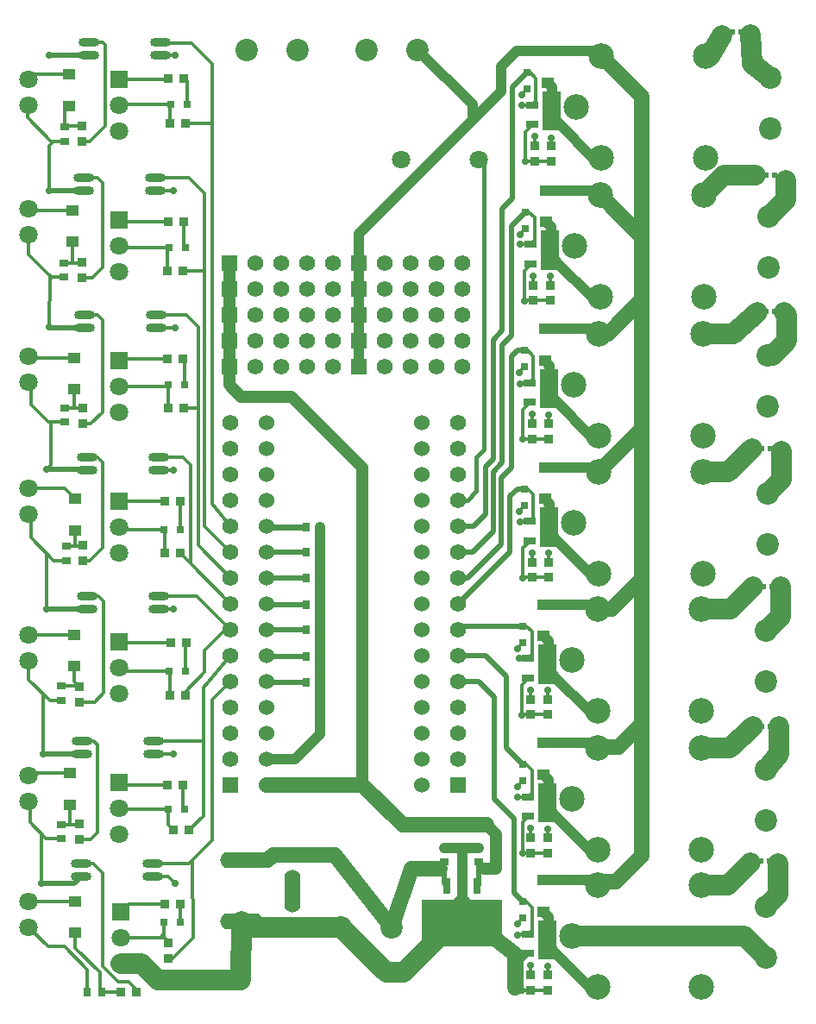
<source format=gtl>
G04 Layer: TopLayer*
G04 EasyEDA v6.5.20, 2025-08-31 18:04:55*
G04 4654ec591aaf40839b9ddd4dd84afded,10*
G04 Gerber Generator version 0.2*
G04 Scale: 100 percent, Rotated: No, Reflected: No *
G04 Dimensions in millimeters *
G04 leading zeros omitted , absolute positions ,4 integer and 5 decimal *
%FSLAX45Y45*%
%MOMM*%

%AMMACRO1*21,1,$1,$2,0,0,$3*%
%ADD10C,2.0000*%
%ADD11C,0.5000*%
%ADD12C,0.3000*%
%ADD13C,1.5000*%
%ADD14C,1.2000*%
%ADD15C,1.0000*%
%ADD16C,0.6000*%
%ADD17C,0.4000*%
%ADD18R,0.8000X0.9000*%
%ADD19MACRO1,0.864X0.8065X-90.0000*%
%ADD20MACRO1,0.864X0.8065X0.0000*%
%ADD21R,0.8640X0.8065*%
%ADD22R,0.9000X0.8000*%
%ADD23R,1.2000X1.0000*%
%ADD24MACRO1,0.864X0.8065X90.0000*%
%ADD25O,1.9999959999999999X0.8999982*%
%ADD26MACRO1,0.54X0.5656X90.0000*%
%ADD27R,1.2500X0.7000*%
%ADD28R,0.8000X0.8000*%
%ADD29R,0.6720X1.5750*%
%ADD30C,1.8000*%
%ADD31C,2.2000*%
%ADD32R,1.8000X1.8000*%
%ADD33C,2.5000*%
%ADD34C,1.5748*%
%ADD35R,1.5748X1.5748*%
%ADD36O,4.1999916X1.5999968*%
%ADD37O,1.5999968X4.1999916*%
%ADD38C,1.5240*%
%ADD39C,0.7000*%
%ADD40C,0.0133*%

%LPD*%
G36*
X5168900Y8928100D02*
G01*
X5168900Y8543290D01*
X5346700Y8543290D01*
X5346700Y8928100D01*
G37*
G36*
X5130800Y791210D02*
G01*
X5130800Y406400D01*
X5308600Y406400D01*
X5308600Y791210D01*
G37*
G36*
X5130800Y2137410D02*
G01*
X5130800Y1752600D01*
X5308600Y1752600D01*
X5308600Y2137410D01*
G37*
G36*
X5130800Y3496310D02*
G01*
X5130800Y3111500D01*
X5308600Y3111500D01*
X5308600Y3496310D01*
G37*
G36*
X5143500Y4842510D02*
G01*
X5143500Y4457700D01*
X5321300Y4457700D01*
X5321300Y4842510D01*
G37*
G36*
X5143500Y6201410D02*
G01*
X5143500Y5816600D01*
X5321300Y5816600D01*
X5321300Y6201410D01*
G37*
G36*
X5156200Y7560309D02*
G01*
X5156200Y7175500D01*
X5334000Y7175500D01*
X5334000Y7560309D01*
G37*
D10*
X6756400Y7907909D02*
G01*
X6951090Y8102600D01*
X7264400Y8102600D01*
D11*
X4991100Y6383020D02*
G01*
X4922520Y6383020D01*
X4864100Y6324600D01*
X4864100Y5232400D01*
X4762500Y5130800D01*
X4762500Y4483100D01*
X4432300Y4152900D01*
X4343400Y4152900D01*
D12*
X5054600Y346707D02*
G01*
X5054600Y257050D01*
X716787Y9410700D02*
G01*
X850900Y9410700D01*
X876300Y9385300D01*
X876300Y8584945D01*
X724154Y8433562D01*
X647700Y8433562D01*
X482600Y8579004D02*
G01*
X487931Y8584336D01*
X647700Y8584336D01*
X520700Y8785806D02*
G01*
X482600Y8747706D01*
X482600Y8579002D01*
X704087Y5334000D02*
G01*
X800100Y5334000D01*
X850900Y5283200D01*
X850900Y4446778D01*
X723137Y4318762D01*
X660400Y4318762D01*
X1353312Y2425700D02*
G01*
X1549400Y2425700D01*
X1404104Y3848110D02*
G01*
X1549400Y3848100D01*
X4978400Y812800D02*
G01*
X4927600Y762000D01*
X4927600Y753107D01*
X1016000Y7408329D02*
G01*
X1032929Y7391400D01*
X1507540Y7391400D01*
X1549400Y7950200D02*
G01*
X1366012Y7950200D01*
X1562100Y6604000D02*
G01*
X1378712Y6604000D01*
X1366006Y6616705D01*
X1366006Y6616712D01*
X5219700Y256951D02*
G01*
X5219700Y342900D01*
X1549400Y5207000D02*
G01*
X1366019Y5207000D01*
X1353306Y5219712D01*
D13*
X4381500Y854961D02*
G01*
X4902200Y457200D01*
X4902200Y127000D01*
D12*
X5054600Y106268D02*
G01*
X5219700Y106268D01*
X4965700Y101600D02*
G01*
X4970376Y106276D01*
X5054600Y106276D01*
X5030800Y467611D02*
G01*
X5030800Y458800D01*
X4965700Y393700D01*
X4965700Y101600D01*
X4978400Y972814D02*
G01*
X5012692Y972814D01*
X5067300Y918207D01*
X5067300Y694103D01*
X5030800Y657603D01*
X4927600Y647700D02*
G01*
X4937503Y657603D01*
X5030726Y657603D01*
X4978400Y4152900D02*
G01*
X4983076Y4157576D01*
X5067300Y4157576D01*
X1562100Y9283700D02*
G01*
X1416804Y9283710D01*
X5030800Y1813811D02*
G01*
X5030800Y1805000D01*
X4978400Y1752600D01*
X4978400Y1447800D01*
X5054600Y1452468D02*
G01*
X5219700Y1452468D01*
X5054600Y1692907D02*
G01*
X5054600Y1603250D01*
X4978400Y1447800D02*
G01*
X4983076Y1452476D01*
X5054600Y1452476D01*
X5219700Y1603151D02*
G01*
X5219700Y1689100D01*
D11*
X4343400Y3390900D02*
G01*
X4610100Y3390900D01*
X4813300Y3187700D01*
X4813300Y2484120D01*
X4978400Y2319020D01*
D12*
X4978400Y2319014D02*
G01*
X5012692Y2319014D01*
X5067300Y2264407D01*
X5067300Y2040303D01*
X5030800Y2003803D01*
X4927600Y1997707D02*
G01*
X4933701Y2003803D01*
X5030726Y2003803D01*
X4978400Y2159000D02*
G01*
X4927600Y2108200D01*
X4927600Y2099307D01*
X4965700Y2806700D02*
G01*
X4970376Y2811376D01*
X5054600Y2811376D01*
X4965700Y8788397D02*
G01*
X4971801Y8794493D01*
X5068826Y8794493D01*
X5054600Y2811368D02*
G01*
X5219700Y2811368D01*
X5219700Y2962051D02*
G01*
X5219700Y3048000D01*
X5030800Y3172711D02*
G01*
X5030800Y3163900D01*
X4965700Y3098800D01*
X4965700Y2806700D01*
X4978400Y3677914D02*
G01*
X5012692Y3677914D01*
X5067300Y3623307D01*
X5067300Y3399203D01*
X5030800Y3362703D01*
X4940300Y3365500D02*
G01*
X4943096Y3362703D01*
X5030726Y3362703D01*
X4978400Y3517900D02*
G01*
X4927600Y3467100D01*
X4927600Y3458207D01*
X5054600Y3051807D02*
G01*
X5054600Y2962150D01*
X5043500Y4518911D02*
G01*
X5043500Y4510100D01*
X4978400Y4445000D01*
X4978400Y4152900D01*
X5043500Y5877811D02*
G01*
X5043500Y5869000D01*
X4978400Y5803900D01*
X4978400Y5511800D01*
X5067300Y5516468D02*
G01*
X5232400Y5516468D01*
X4978400Y5511800D02*
G01*
X4983076Y5516476D01*
X5067300Y5516476D01*
X4991100Y6870700D02*
G01*
X4995776Y6875376D01*
X5080000Y6875376D01*
X4953000Y7429500D02*
G01*
X4955796Y7426703D01*
X5056126Y7426703D01*
X5092700Y8243158D02*
G01*
X5257800Y8243158D01*
X444500Y1593697D02*
G01*
X298602Y1593697D01*
X139700Y1752600D01*
X139700Y1943100D01*
X127000Y1955800D01*
X127000Y2209800D02*
G01*
X154990Y2237790D01*
X533400Y2237790D01*
X127000Y977900D02*
G01*
X129590Y980490D01*
X584200Y980490D01*
X5067300Y4157568D02*
G01*
X5232400Y4157568D01*
X4991100Y5024114D02*
G01*
X5025392Y5024114D01*
X5080000Y4969507D01*
X5080000Y4745403D01*
X5043500Y4708903D01*
X5232400Y4308251D02*
G01*
X5232400Y4394200D01*
X4953000Y4699000D02*
G01*
X4962903Y4708903D01*
X5043426Y4708903D01*
X4991100Y4864100D02*
G01*
X4940300Y4813300D01*
X4940300Y4804407D01*
X5067300Y4398007D02*
G01*
X5067300Y4308350D01*
X4991100Y6383014D02*
G01*
X5025392Y6383014D01*
X5080000Y6328407D01*
X5080000Y6104303D01*
X5043500Y6067803D01*
X4953000Y6057900D02*
G01*
X4962903Y6067803D01*
X5043426Y6067803D01*
X4991100Y6223000D02*
G01*
X4940300Y6172200D01*
X4940300Y6163307D01*
X5232400Y5667151D02*
G01*
X5232400Y5753100D01*
X5056200Y7236711D02*
G01*
X5056200Y7227900D01*
X4991100Y7162800D01*
X4991100Y6870700D01*
X5080000Y6875368D02*
G01*
X5245100Y6875368D01*
X5003800Y7741914D02*
G01*
X5038092Y7741914D01*
X5092700Y7687307D01*
X5092700Y7463203D01*
X5056200Y7426703D01*
X5003800Y7581900D02*
G01*
X4953000Y7531100D01*
X4953000Y7522207D01*
X5245100Y7026051D02*
G01*
X5245100Y7112000D01*
X5257800Y8393844D02*
G01*
X5257800Y8470900D01*
X5016500Y8949689D02*
G01*
X4965700Y8898889D01*
X4965700Y8889997D01*
X5016500Y9109704D02*
G01*
X5050792Y9109704D01*
X5105400Y9055097D01*
X5105400Y8830993D01*
X5068900Y8794493D01*
X5068900Y8604501D02*
G01*
X5068900Y8595690D01*
X5003800Y8530589D01*
X5003800Y8238489D01*
X5003800Y8238489D02*
G01*
X5008476Y8243158D01*
X5092700Y8243158D01*
D10*
X7366000Y926896D02*
G01*
X7480300Y1041196D01*
X7480300Y1346200D01*
X6731000Y1138809D02*
G01*
X6993509Y1138809D01*
X7213600Y1358900D01*
X7366000Y3631996D02*
G01*
X7505700Y3771696D01*
X7505700Y4064000D01*
X6731000Y2485009D02*
G01*
X7006209Y2485009D01*
X7239000Y2692400D01*
X7366000Y2273045D02*
G01*
X7493000Y2425700D01*
X7493000Y2692400D01*
X6731000Y3843909D02*
G01*
X7018909Y3843909D01*
X7239000Y4064000D01*
X7404100Y9063736D02*
G01*
X7226300Y9194800D01*
X7213600Y9486900D01*
X6769100Y9275826D02*
G01*
X6812025Y9275826D01*
X6934200Y9474200D01*
X7378700Y4978196D02*
G01*
X7518400Y5117896D01*
X7518400Y5397500D01*
X6743700Y5190109D02*
G01*
X6993509Y5190109D01*
X7226300Y5422900D01*
X6743700Y6549009D02*
G01*
X7044309Y6549009D01*
X7277100Y6756400D01*
X7378700Y6337096D02*
G01*
X7429296Y6337096D01*
X7569200Y6477000D01*
X7569200Y6731000D01*
X7543800Y6756400D01*
X7391400Y7695996D02*
G01*
X7556500Y7861096D01*
X7556500Y8051800D01*
D14*
X3403600Y2120900D02*
G01*
X3403600Y5232400D01*
X2705100Y5930900D01*
X2209800Y5930900D01*
X2095500Y6045200D01*
X2095500Y7239000D01*
D15*
X2463800Y2374900D02*
G01*
X2743200Y2374900D01*
X2991104Y2622804D01*
X2991104Y4648200D01*
D12*
X1637436Y7162800D02*
G01*
X1854200Y7162800D01*
X1507540Y7391400D02*
G01*
X1486763Y7370622D01*
X1486763Y7162800D01*
X1650136Y5816600D02*
G01*
X1790700Y5816600D01*
X1378712Y6731000D02*
G01*
X1676400Y6731000D01*
X1790700Y6616700D01*
X1790700Y4470400D01*
X2108200Y4152900D01*
X1494840Y6045200D02*
G01*
X1499463Y6040577D01*
X1499463Y5816600D01*
X1612137Y4394200D02*
G01*
X1714500Y4292600D01*
X1456740Y4622800D02*
G01*
X1461363Y4618177D01*
X1461363Y4394200D01*
X1404112Y5334000D02*
G01*
X1638300Y5334000D01*
X1714500Y5257800D01*
X1714500Y4292600D01*
X2108200Y3898900D01*
X2108200Y3644900D02*
G01*
X2057400Y3644900D01*
X1854200Y3441700D01*
X1854200Y3225800D01*
X1662836Y3034436D01*
X1662836Y2997200D01*
X1507540Y3238500D02*
G01*
X1512163Y3233877D01*
X1512163Y2997200D01*
X1404112Y3975100D02*
G01*
X1778000Y3975100D01*
X2108200Y3644900D01*
X1841500Y2565400D02*
G01*
X1828800Y2552700D01*
X1353312Y2552700D01*
X2108200Y3390900D02*
G01*
X1841500Y3073400D01*
X1841500Y1816100D01*
X1701800Y1676400D01*
X1549400Y1676400D02*
G01*
X1494789Y1731010D01*
X1494789Y1879600D01*
X1498600Y419963D02*
G01*
X1537563Y419963D01*
X1739900Y622300D01*
X1736483Y1380883D01*
X1340612Y1346200D02*
G01*
X1701800Y1346200D01*
X1930400Y1574800D01*
X1930400Y2959100D01*
X2108200Y3136900D01*
X1456689Y774700D02*
G01*
X1456689Y622300D01*
X1028700Y622300D01*
X1498600Y570636D02*
G01*
X1498600Y584200D01*
X1435100Y647700D01*
D10*
X1028700Y368300D02*
G01*
X1231900Y368300D01*
X1397000Y203200D01*
X2209800Y203200D01*
X2213356Y779526D01*
D11*
X2463800Y3136900D02*
G01*
X2476500Y3124200D01*
X2850997Y3124200D01*
X2463800Y3390900D02*
G01*
X2476500Y3378200D01*
X2850997Y3378200D01*
X2463800Y3644900D02*
G01*
X2850997Y3644900D01*
X2463800Y3898900D02*
G01*
X2476500Y3886200D01*
X2850997Y3886200D01*
X2463800Y4152900D02*
G01*
X2850997Y4152900D01*
X2463800Y4406900D02*
G01*
X2850997Y4406900D01*
D16*
X2463800Y4660900D02*
G01*
X2476500Y4648200D01*
X2850997Y4648200D01*
D13*
X2463800Y2120900D02*
G01*
X3403600Y2120900D01*
X3797300Y1727200D01*
X4622800Y1727200D01*
D12*
X1662836Y8610600D02*
G01*
X1930400Y8610600D01*
X1520240Y8801100D02*
G01*
X1512163Y8793022D01*
X1512163Y8610600D01*
D11*
X5016500Y9109710D02*
G01*
X4876800Y8970010D01*
X4876800Y7874000D01*
X4775200Y7772400D01*
D13*
X6146800Y7497445D02*
G01*
X6146800Y8877935D01*
X5749036Y9275699D01*
D15*
X5219700Y9324395D02*
G01*
X5700341Y9324395D01*
X5749030Y9275704D01*
X5268973Y8699497D02*
G01*
X5330962Y8609822D01*
X5665215Y8275579D01*
X5749030Y8275579D01*
D12*
X5092700Y8483597D02*
G01*
X5092700Y8393940D01*
D15*
X5219700Y9014406D02*
G01*
X5268899Y8965204D01*
X5268899Y8699497D01*
D13*
X4165600Y1295400D02*
G01*
X3886200Y1295400D01*
X3691636Y723900D01*
X2819400Y1435100D02*
G01*
X3132881Y1435100D01*
X3691686Y723900D01*
D10*
X3191713Y723900D02*
G01*
X3636213Y279400D01*
X3805936Y279400D01*
X4381525Y854989D01*
D14*
X4622800Y1727200D02*
G01*
X4711700Y1638300D01*
X4711700Y1295400D02*
G01*
X4711700Y1638300D01*
D15*
X5207000Y7646616D02*
G01*
X5256199Y7597414D01*
X5256199Y7331707D01*
D12*
X5080000Y7115807D02*
G01*
X5080000Y7026150D01*
D15*
X5256273Y7331707D02*
G01*
X5318249Y7242050D01*
X5652515Y6907784D01*
X5736330Y6907784D01*
X5207000Y7956605D02*
G01*
X5687641Y7956605D01*
X5736330Y7907914D01*
X5194300Y6287716D02*
G01*
X5243499Y6238514D01*
X5243499Y5972807D01*
D12*
X5067300Y5756907D02*
G01*
X5067300Y5667250D01*
D15*
X5243573Y5972807D02*
G01*
X5305549Y5883150D01*
X5639815Y5548884D01*
X5723630Y5548884D01*
X5194300Y6597705D02*
G01*
X5674941Y6597705D01*
X5723630Y6549014D01*
X5194300Y4928816D02*
G01*
X5243499Y4879614D01*
X5243499Y4613907D01*
X5243573Y4613907D02*
G01*
X5305549Y4524250D01*
X5639815Y4189984D01*
X5723630Y4189984D01*
X5194300Y5238805D02*
G01*
X5674941Y5238805D01*
X5723630Y5190114D01*
X5181600Y3582616D02*
G01*
X5230799Y3533414D01*
X5230799Y3267707D01*
X5230873Y3267707D02*
G01*
X5292849Y3178050D01*
X5627115Y2843784D01*
X5710930Y2843784D01*
X5181600Y3892605D02*
G01*
X5662241Y3892605D01*
X5710930Y3843914D01*
X5181600Y2223716D02*
G01*
X5230799Y2174514D01*
X5230799Y1908807D01*
X5230873Y1908807D02*
G01*
X5292849Y1819150D01*
X5627115Y1484884D01*
X5710930Y1484884D01*
X5181600Y2533705D02*
G01*
X5662241Y2533705D01*
X5710930Y2485014D01*
X5181600Y877516D02*
G01*
X5230799Y828314D01*
X5230799Y562607D01*
X5230873Y562607D02*
G01*
X5292849Y472950D01*
X5627115Y138684D01*
X5710930Y138684D01*
X5181600Y1187505D02*
G01*
X5662241Y1187505D01*
X5710930Y1138814D01*
D11*
X4978400Y3677920D02*
G01*
X4376414Y3677920D01*
X4343400Y3644900D01*
D13*
X6146800Y6883400D02*
G01*
X6146800Y5613275D01*
X5723630Y5190109D01*
X6146800Y5658500D02*
G01*
X6146800Y4140200D01*
X5850509Y3843909D01*
X5710930Y3843909D01*
X6146800Y4140200D02*
G01*
X6146800Y2717800D01*
X5918200Y2489200D01*
X5715124Y2489200D01*
X5710930Y2485009D01*
D12*
X1675536Y3517900D02*
G01*
X1667433Y3509797D01*
X1667433Y3238500D01*
X1612036Y4902200D02*
G01*
X1616633Y4897602D01*
X1616633Y4622800D01*
D13*
X2213310Y1379499D02*
G01*
X2471699Y1379499D01*
X2527300Y1435100D01*
X2819400Y1435100D01*
D10*
X5461000Y638682D02*
G01*
X7154230Y638682D01*
X7366000Y426913D01*
D13*
X6146800Y2717800D02*
G01*
X6146800Y1422400D01*
X5892800Y1168400D01*
X5740524Y1168400D01*
X5710930Y1138809D01*
X5736330Y7907909D02*
G01*
X6146800Y7497445D01*
X6146800Y6883400D01*
X5812409Y6549009D01*
X5723630Y6549009D01*
D11*
X4343400Y3136900D02*
G01*
X4546600Y3136900D01*
X4699000Y2984500D01*
X4699000Y1981200D01*
X4889500Y1790700D01*
X4889500Y1061720D01*
X4978400Y972820D01*
D15*
X4387725Y1505104D02*
G01*
X4203700Y1505104D01*
X4381500Y854961D02*
G01*
X4387725Y1505104D01*
X4546600Y1505204D01*
D11*
X4231492Y1126238D02*
G01*
X4203700Y1154026D01*
X4203700Y1365095D01*
X4531481Y1126238D02*
G01*
X4546600Y1141351D01*
X4546600Y1365095D01*
D14*
X4711700Y1295400D02*
G01*
X4597400Y1295400D01*
D12*
X1637436Y2120900D02*
G01*
X1637436Y1879600D01*
X1654733Y1879600D01*
D15*
X3365500Y6223000D02*
G01*
X3365500Y7239000D01*
X2095500Y6223000D02*
G01*
X2095500Y7239000D01*
D12*
X1650136Y7645400D02*
G01*
X1650136Y7398059D01*
X1660773Y7398059D01*
X1667433Y7391400D01*
X1650136Y9055100D02*
G01*
X1680133Y9025102D01*
X1680133Y8801100D01*
X1031999Y9042400D02*
G01*
X1499463Y9042400D01*
X1499463Y9055100D01*
X1520240Y8801100D02*
G01*
X1044699Y8801100D01*
X1031999Y8788400D01*
X520700Y9095790D02*
G01*
X167690Y9095790D01*
X114300Y9042400D01*
X1016000Y4902200D02*
G01*
X1461363Y4902200D01*
X1456740Y4622800D02*
G01*
X1041400Y4622800D01*
X1016000Y4648200D01*
X1016000Y3522134D02*
G01*
X1020234Y3517900D01*
X1524863Y3517900D01*
X1507540Y3238500D02*
G01*
X1045634Y3238500D01*
X1016000Y3268134D01*
X1494840Y1879600D02*
G01*
X1024465Y1879600D01*
X1016000Y1888065D01*
X1366012Y8077200D02*
G01*
X1701800Y8077200D01*
X1854200Y7924800D01*
X1854200Y4660900D01*
X2108200Y4406900D01*
X1016000Y7662329D02*
G01*
X1032929Y7645400D01*
X1499463Y7645400D01*
X1340612Y1219200D02*
G01*
X1498600Y1219200D01*
X1562100Y1155700D01*
X1637438Y6299200D02*
G01*
X1654733Y6281905D01*
X1654733Y6045200D01*
X1447800Y9398000D02*
G01*
X1726945Y9398000D01*
X1930400Y9194545D01*
X1930400Y4876800D01*
X2108200Y4660900D01*
X1016000Y6282265D02*
G01*
X1032934Y6299200D01*
X1486763Y6299200D01*
X1494840Y6045200D02*
G01*
X1494840Y6028265D01*
X1016000Y6028265D01*
X647700Y7250836D02*
G01*
X642365Y7245502D01*
X469900Y7245502D01*
X558800Y7452309D02*
G01*
X558800Y7247242D01*
X560537Y7245504D01*
X660400Y5815736D02*
G01*
X653034Y5823102D01*
X482600Y5823102D01*
X572368Y5823104D02*
G01*
X571500Y5823973D01*
X571500Y6004509D01*
X660400Y4469536D02*
G01*
X655065Y4464202D01*
X495300Y4464202D01*
X587032Y4464202D02*
G01*
X584200Y4467034D01*
X584200Y4620209D01*
X622300Y3085236D02*
G01*
X614931Y3092604D01*
X444500Y3092604D01*
X622300Y3085236D02*
G01*
X571500Y3136036D01*
X571500Y3286706D01*
X647700Y7099300D02*
G01*
X749300Y7099300D01*
X850900Y7200900D01*
X850900Y8026400D01*
X800100Y8077200D01*
X665987Y8077200D01*
X863600Y3873500D02*
G01*
X863600Y3924300D01*
X812800Y3975100D01*
X704087Y3975100D01*
X622300Y1739036D02*
G01*
X616965Y1733702D01*
X444500Y1733702D01*
X535178Y1733804D02*
G01*
X533400Y1927860D01*
X622300Y1588262D02*
G01*
X737362Y1588262D01*
X800100Y1651000D01*
X800100Y2514600D01*
X762000Y2552700D01*
X653287Y2552700D01*
X558800Y7762290D02*
G01*
X137109Y7762290D01*
X127000Y7772400D01*
X584200Y4930190D02*
G01*
X485190Y5029200D01*
X127000Y5029200D01*
X571500Y6314490D02*
G01*
X137109Y6314490D01*
X127000Y6324600D01*
X571500Y3596690D02*
G01*
X568909Y3594100D01*
X127000Y3594100D01*
X1029561Y88900D02*
G01*
X844702Y88900D01*
D11*
X627905Y2425700D02*
G01*
X266700Y2425700D01*
X678705Y3848100D02*
G01*
X304800Y3848100D01*
X666005Y5207000D02*
G01*
X653305Y5219700D01*
X304800Y5219700D01*
X691405Y9283700D02*
G01*
X330200Y9283700D01*
D12*
X127000Y7518400D02*
G01*
X127000Y7327900D01*
X355600Y7099300D01*
X361797Y7105497D01*
X469900Y7105497D01*
X660400Y5664200D02*
G01*
X736600Y5664200D01*
X850900Y5778500D01*
X850900Y6680200D01*
X800100Y6731000D01*
X678687Y6731000D01*
X482600Y5683097D02*
G01*
X324002Y5683097D01*
X152400Y5854700D01*
X152400Y6045200D01*
X127000Y6070600D01*
X495300Y4324197D02*
G01*
X374802Y4324197D01*
X152400Y4546600D01*
X152400Y4749800D01*
X127000Y4775200D01*
D11*
X627905Y7950200D02*
G01*
X330200Y7950200D01*
X665987Y6604000D02*
G01*
X330200Y6604000D01*
X330200Y6616700D01*
D12*
X114300Y8788400D02*
G01*
X114300Y8674100D01*
X349504Y8438895D01*
X482600Y8438895D01*
X482600Y5682995D02*
G01*
X342900Y5682995D01*
X342900Y5257800D01*
X304800Y5219700D01*
X333755Y7121144D02*
G01*
X330200Y6616700D01*
X370839Y8438895D02*
G01*
X330200Y8394700D01*
X330200Y7950205D01*
X304800Y3848100D02*
G01*
X304800Y4392929D01*
X127000Y3340100D02*
G01*
X127000Y3149600D01*
X336295Y2952495D01*
X444500Y2952495D01*
X271779Y3014979D02*
G01*
X266700Y2425700D01*
X254000Y1155700D02*
G01*
X255270Y1637029D01*
X704697Y88900D02*
G01*
X704697Y311302D01*
X482600Y533400D01*
X317500Y533400D01*
X127000Y723900D01*
X1016000Y2142065D02*
G01*
X1037165Y2120900D01*
X1486763Y2120900D01*
D11*
X640613Y1219200D02*
G01*
X577113Y1155700D01*
X254000Y1155700D01*
D12*
X1028700Y876300D02*
G01*
X1104900Y952500D01*
X1461363Y952500D01*
X1612038Y952500D02*
G01*
X1612038Y779294D01*
X1616633Y774700D01*
D10*
X3191763Y723900D02*
G01*
X2268981Y723900D01*
D12*
X622300Y2934462D02*
G01*
X775462Y2934462D01*
X863600Y3022600D01*
X863600Y3873500D01*
X844804Y88900D02*
G01*
X825500Y108204D01*
X825500Y279400D01*
X584200Y520700D01*
X584200Y670560D01*
X1180337Y88900D02*
G01*
X1180337Y115062D01*
X1104900Y190500D01*
X1003300Y190500D01*
X850900Y342900D01*
X850900Y1257300D01*
X762000Y1346200D01*
X640587Y1346200D01*
D11*
X4991100Y5024120D02*
G01*
X4922520Y5024120D01*
X4851400Y4953000D01*
X4851400Y4406900D01*
X4343400Y3898900D01*
X4343400Y4406900D02*
G01*
X4483100Y4406900D01*
X4686300Y4610100D01*
X4686300Y5194300D01*
X4775200Y5283200D01*
X4775200Y6438900D01*
X4864100Y6527800D01*
X4864100Y7602220D01*
X5003800Y7741920D01*
X4343400Y4660900D02*
G01*
X4495800Y4660900D01*
X4610100Y4775200D01*
X4610100Y5245100D01*
X4686300Y5321300D01*
X4686300Y6489700D01*
X4775200Y6578600D01*
X4775200Y7772400D01*
D15*
X3365500Y7239000D02*
G01*
X3365500Y7531100D01*
X4762500Y8928100D01*
X4762500Y9169400D01*
X4917440Y9324339D01*
X5290565Y9324339D01*
X3945699Y9334500D02*
G01*
X4481741Y8798458D01*
X4481741Y8647341D01*
D17*
X4343400Y4914900D02*
G01*
X4432300Y4914900D01*
X4521200Y5003800D01*
X4521200Y5334000D01*
X4597400Y5410200D01*
X4597400Y8203209D01*
X4545609Y8255000D01*
D18*
G01*
X2850997Y4648200D03*
G01*
X2991002Y4648200D03*
D19*
G01*
X1512175Y8610600D03*
G01*
X1662824Y8610600D03*
D18*
G01*
X2850997Y4406900D03*
G01*
X2991002Y4406900D03*
G01*
X2850997Y4152900D03*
G01*
X2991002Y4152900D03*
G01*
X2850997Y3886200D03*
G01*
X2991002Y3886200D03*
G01*
X2850997Y3644900D03*
G01*
X2991002Y3644900D03*
G01*
X2850997Y3378200D03*
G01*
X2991002Y3378200D03*
G01*
X2850997Y3124200D03*
G01*
X2991002Y3124200D03*
D19*
G01*
X1486775Y7162800D03*
G01*
X1637424Y7162800D03*
G01*
X1499475Y5816600D03*
G01*
X1650124Y5816600D03*
G01*
X1461375Y4394200D03*
G01*
X1612024Y4394200D03*
G01*
X1512175Y2997200D03*
G01*
X1662824Y2997200D03*
G01*
X1550275Y1676400D03*
G01*
X1700924Y1676400D03*
D20*
G01*
X1498600Y570624D03*
D21*
G01*
X1498600Y419963D03*
D22*
G01*
X469900Y7245502D03*
G01*
X469900Y7105497D03*
G01*
X482600Y5823102D03*
G01*
X482600Y5683097D03*
G01*
X495300Y4464202D03*
G01*
X495300Y4324197D03*
G01*
X444500Y3092602D03*
G01*
X444500Y2952597D03*
G01*
X444500Y1733702D03*
G01*
X444500Y1593697D03*
D18*
G01*
X844702Y88900D03*
G01*
X704697Y88900D03*
D23*
G01*
X558800Y7762290D03*
G01*
X558800Y7452309D03*
G01*
X571500Y6314490D03*
G01*
X571500Y6004509D03*
G01*
X584200Y4930190D03*
G01*
X584200Y4620209D03*
G01*
X571500Y3596690D03*
G01*
X571500Y3286709D03*
G01*
X533400Y2237790D03*
G01*
X533400Y1927809D03*
G01*
X584200Y980490D03*
G01*
X584200Y670509D03*
D20*
G01*
X647700Y7100175D03*
D21*
G01*
X647700Y7250836D03*
D20*
G01*
X660400Y5665075D03*
D21*
G01*
X660400Y5815736D03*
D20*
G01*
X660400Y4318875D03*
D21*
G01*
X660400Y4469536D03*
D20*
G01*
X622300Y2934575D03*
D21*
G01*
X622300Y3085236D03*
D20*
G01*
X622300Y1588375D03*
D21*
G01*
X622300Y1739036D03*
D24*
G01*
X1180224Y88900D03*
G01*
X1029575Y88900D03*
D25*
G01*
X666013Y8077200D03*
G01*
X666013Y7950200D03*
G01*
X1366012Y7950200D03*
G01*
X1366012Y8077200D03*
G01*
X678713Y6731000D03*
G01*
X678713Y6604000D03*
G01*
X1378712Y6604000D03*
G01*
X1378712Y6731000D03*
G01*
X704113Y5334000D03*
G01*
X704113Y5207000D03*
G01*
X1404112Y5207000D03*
G01*
X1404112Y5334000D03*
G01*
X704113Y3975100D03*
G01*
X704113Y3848100D03*
G01*
X1404112Y3848100D03*
G01*
X1404112Y3975100D03*
G01*
X653313Y2552700D03*
G01*
X653313Y2425700D03*
G01*
X1353312Y2425700D03*
G01*
X1353312Y2552700D03*
G01*
X640613Y1346200D03*
G01*
X640613Y1219200D03*
G01*
X1340612Y1219200D03*
G01*
X1340612Y1346200D03*
D22*
G01*
X482600Y8579002D03*
G01*
X482600Y8438997D03*
D23*
G01*
X520700Y9095790D03*
G01*
X520700Y8785809D03*
D20*
G01*
X647700Y8433675D03*
D21*
G01*
X647700Y8584336D03*
D25*
G01*
X716813Y9410700D03*
G01*
X716813Y9283700D03*
G01*
X1416812Y9283700D03*
G01*
X1416812Y9410700D03*
D26*
G01*
X7117182Y9512300D03*
G01*
X7030617Y9512300D03*
D20*
G01*
X5257800Y8393824D03*
D21*
G01*
X5257800Y8243163D03*
D27*
G01*
X5068900Y8794495D03*
G01*
X5068900Y8604504D03*
G01*
X5268899Y8699500D03*
D28*
G01*
X5016500Y8949689D03*
G01*
X5016500Y9109710D03*
D23*
G01*
X5219700Y9014409D03*
G01*
X5219700Y9324390D03*
D20*
G01*
X5092700Y8243175D03*
D21*
G01*
X5092700Y8393836D03*
D24*
G01*
X1650124Y9055100D03*
G01*
X1499475Y9055100D03*
D28*
G01*
X1680133Y8801100D03*
G01*
X1520240Y8801100D03*
D24*
G01*
X1650124Y7645400D03*
G01*
X1499475Y7645400D03*
D28*
G01*
X1667433Y7391400D03*
G01*
X1507540Y7391400D03*
D24*
G01*
X1637424Y6299200D03*
G01*
X1486775Y6299200D03*
D28*
G01*
X1654733Y6045200D03*
G01*
X1494840Y6045200D03*
D24*
G01*
X1612024Y4902200D03*
G01*
X1461375Y4902200D03*
D28*
G01*
X1616633Y4622800D03*
G01*
X1456740Y4622800D03*
D24*
G01*
X1675524Y3517900D03*
G01*
X1524875Y3517900D03*
D28*
G01*
X1667433Y3238500D03*
G01*
X1507540Y3238500D03*
D24*
G01*
X1637424Y2120900D03*
G01*
X1486775Y2120900D03*
D28*
G01*
X1654733Y1879600D03*
G01*
X1494840Y1879600D03*
D24*
G01*
X1612024Y952500D03*
G01*
X1461375Y952500D03*
D28*
G01*
X1616633Y774700D03*
G01*
X1456740Y774700D03*
D29*
G01*
X4531486Y1126236D03*
G01*
X4231487Y1126236D03*
G36*
X4286516Y762279D02*
G01*
X4286516Y947699D01*
X4286623Y952152D01*
X4286935Y956594D01*
X4287456Y961019D01*
X4288182Y965413D01*
X4289117Y969769D01*
X4290253Y974074D01*
X4291589Y978324D01*
X4293123Y982505D01*
X4294852Y986609D01*
X4296770Y990630D01*
X4298876Y994554D01*
X4301164Y998377D01*
X4303628Y1002088D01*
X4306262Y1005679D01*
X4309061Y1009142D01*
X4312023Y1012471D01*
X4315134Y1015657D01*
X4318393Y1018694D01*
X4321789Y1021575D01*
X4325317Y1024293D01*
X4328970Y1026843D01*
X4332737Y1029218D01*
X4336613Y1031415D01*
X4340585Y1033429D01*
X4348515Y1035253D01*
X4348515Y1204986D01*
X4414514Y1204986D01*
X4414514Y1035253D01*
X4422449Y1033429D01*
X4426422Y1031415D01*
X4430298Y1029218D01*
X4434065Y1026843D01*
X4437717Y1024293D01*
X4441245Y1021575D01*
X4444641Y1018694D01*
X4447900Y1015657D01*
X4451012Y1012471D01*
X4453973Y1009142D01*
X4456772Y1005679D01*
X4459406Y1002088D01*
X4461870Y998377D01*
X4464159Y994554D01*
X4466264Y990630D01*
X4468182Y986609D01*
X4469912Y982505D01*
X4471446Y978324D01*
X4472782Y974074D01*
X4473917Y969769D01*
X4474852Y965413D01*
X4475579Y961019D01*
X4476099Y956594D01*
X4476412Y952152D01*
X4476518Y947699D01*
X4476518Y762279D01*
X4476412Y757826D01*
X4476099Y753384D01*
X4475579Y748959D01*
X4474852Y744565D01*
X4473917Y740209D01*
X4472782Y735904D01*
X4471446Y731654D01*
X4469912Y727473D01*
X4468182Y723369D01*
X4466264Y719348D01*
X4464159Y715424D01*
X4461870Y711601D01*
X4459406Y707890D01*
X4456772Y704298D01*
X4453973Y700836D01*
X4451012Y697506D01*
X4447900Y694321D01*
X4444641Y691283D01*
X4441245Y688403D01*
X4437717Y685685D01*
X4434065Y683135D01*
X4430298Y680760D01*
X4426422Y678563D01*
X4422449Y676549D01*
X4418385Y674725D01*
X4414243Y673092D01*
X4410026Y671657D01*
X4405746Y670420D01*
X4401413Y669386D01*
X4397039Y668555D01*
X4392627Y667931D01*
X4388192Y667514D01*
X4383745Y667306D01*
X4379290Y667306D01*
X4374842Y667514D01*
X4370407Y667931D01*
X4365995Y668555D01*
X4361621Y669386D01*
X4357288Y670420D01*
X4353008Y671657D01*
X4348792Y673092D01*
X4344649Y674725D01*
X4340585Y676549D01*
X4336613Y678563D01*
X4332737Y680760D01*
X4328970Y683135D01*
X4325317Y685685D01*
X4321789Y688403D01*
X4318393Y691283D01*
X4315134Y694321D01*
X4312023Y697506D01*
X4309061Y700836D01*
X4306262Y704298D01*
X4303628Y707890D01*
X4301164Y711601D01*
X4298876Y715424D01*
X4296770Y719348D01*
X4294852Y723369D01*
X4293123Y727473D01*
X4291589Y731654D01*
X4290253Y735904D01*
X4289117Y740209D01*
X4288182Y744565D01*
X4287456Y748959D01*
X4286935Y753384D01*
X4286623Y757826D01*
X4286516Y762279D01*
G37*
D22*
G01*
X4546600Y1365097D03*
G01*
X4546600Y1505102D03*
G01*
X4203700Y1365097D03*
G01*
X4203700Y1505102D03*
D26*
G01*
X7447382Y8102600D03*
G01*
X7360817Y8102600D03*
D20*
G01*
X5245100Y7026034D03*
D21*
G01*
X5245100Y6875373D03*
D27*
G01*
X5056200Y7426705D03*
G01*
X5056200Y7236713D03*
G01*
X5256199Y7331710D03*
D28*
G01*
X5003800Y7581900D03*
G01*
X5003800Y7741920D03*
D23*
G01*
X5207000Y7646619D03*
G01*
X5207000Y7956600D03*
D20*
G01*
X5080000Y6875385D03*
D21*
G01*
X5080000Y7026046D03*
D26*
G01*
X7447382Y6769100D03*
G01*
X7360817Y6769100D03*
D20*
G01*
X5232400Y5667134D03*
D21*
G01*
X5232400Y5516473D03*
D27*
G01*
X5043500Y6067805D03*
G01*
X5043500Y5877813D03*
G01*
X5243499Y5972810D03*
D28*
G01*
X4991100Y6223000D03*
G01*
X4991100Y6383020D03*
D23*
G01*
X5194300Y6287719D03*
G01*
X5194300Y6597700D03*
D20*
G01*
X5067300Y5516485D03*
D21*
G01*
X5067300Y5667146D03*
D26*
G01*
X7409282Y5422900D03*
G01*
X7322717Y5422900D03*
D20*
G01*
X5232400Y4308234D03*
D21*
G01*
X5232400Y4157573D03*
D27*
G01*
X5043500Y4708905D03*
G01*
X5043500Y4518913D03*
G01*
X5243499Y4613910D03*
D28*
G01*
X4991100Y4864100D03*
G01*
X4991100Y5024120D03*
D23*
G01*
X5194300Y4928819D03*
G01*
X5194300Y5238800D03*
D20*
G01*
X5067300Y4157585D03*
D21*
G01*
X5067300Y4308246D03*
D26*
G01*
X7421982Y4064000D03*
G01*
X7335417Y4064000D03*
D20*
G01*
X5219700Y2962034D03*
D21*
G01*
X5219700Y2811373D03*
D27*
G01*
X5030800Y3362705D03*
G01*
X5030800Y3172713D03*
G01*
X5230799Y3267710D03*
D28*
G01*
X4978400Y3517900D03*
G01*
X4978400Y3677920D03*
D23*
G01*
X5181600Y3582619D03*
G01*
X5181600Y3892600D03*
D20*
G01*
X5054600Y2811385D03*
D21*
G01*
X5054600Y2962046D03*
D26*
G01*
X7409282Y2692400D03*
G01*
X7322717Y2692400D03*
D20*
G01*
X5219700Y1603134D03*
D21*
G01*
X5219700Y1452473D03*
D27*
G01*
X5030800Y2003805D03*
G01*
X5030800Y1813813D03*
G01*
X5230799Y1908810D03*
D28*
G01*
X4978400Y2159000D03*
G01*
X4978400Y2319020D03*
D23*
G01*
X5181600Y2223719D03*
G01*
X5181600Y2533700D03*
D20*
G01*
X5054600Y1452485D03*
D21*
G01*
X5054600Y1603146D03*
D26*
G01*
X7396582Y1371600D03*
G01*
X7310017Y1371600D03*
D20*
G01*
X5219700Y256934D03*
D21*
G01*
X5219700Y106273D03*
D27*
G01*
X5030800Y657605D03*
G01*
X5030800Y467613D03*
G01*
X5230799Y562610D03*
D28*
G01*
X4978400Y812800D03*
G01*
X4978400Y972820D03*
D23*
G01*
X5181600Y877519D03*
G01*
X5181600Y1187500D03*
D20*
G01*
X5054600Y106285D03*
D21*
G01*
X5054600Y256946D03*
G36*
X3987800Y990600D02*
G01*
X4775200Y990600D01*
X4775200Y533400D01*
X3987800Y533400D01*
G37*
D30*
G01*
X3785615Y8255000D03*
G01*
X4545609Y8255000D03*
D31*
G01*
X2764586Y9334500D03*
G01*
X2264613Y9334500D03*
G01*
X3945686Y9334500D03*
G01*
X3445713Y9334500D03*
D30*
G01*
X127000Y7518400D03*
G01*
X127000Y7772400D03*
G01*
X127000Y6070600D03*
G01*
X127000Y6324600D03*
G01*
X127000Y4775200D03*
G01*
X127000Y5029200D03*
G01*
X127000Y3340100D03*
G01*
X127000Y3594100D03*
G01*
X127000Y1955800D03*
G01*
X127000Y2209800D03*
G01*
X127000Y723900D03*
G01*
X127000Y977900D03*
G01*
X127000Y8788400D03*
G01*
X127000Y9042400D03*
D32*
G01*
X1016000Y7662341D03*
D30*
G01*
X1016000Y7408316D03*
G01*
X1016000Y7154316D03*
D32*
G01*
X1016000Y6282258D03*
D30*
G01*
X1016000Y6028258D03*
G01*
X1016000Y5774258D03*
D32*
G01*
X1016000Y4902200D03*
D30*
G01*
X1016000Y4648200D03*
G01*
X1016000Y4394200D03*
D32*
G01*
X1016000Y3522141D03*
D30*
G01*
X1016000Y3268141D03*
G01*
X1016000Y3014141D03*
D32*
G01*
X1016000Y2142058D03*
D30*
G01*
X1016000Y1888058D03*
G01*
X1016000Y1634058D03*
D32*
G01*
X1028700Y876300D03*
D30*
G01*
X1028700Y622300D03*
G01*
X1028700Y368300D03*
D32*
G01*
X1016000Y9042400D03*
D30*
G01*
X1016000Y8788400D03*
G01*
X1016000Y8534400D03*
D33*
G01*
X6769100Y8275701D03*
G01*
X6769100Y9275699D03*
G01*
X5749036Y9275699D03*
G01*
X5749036Y8275701D03*
G01*
X5499100Y8775572D03*
D31*
G01*
X7404100Y8563787D03*
G01*
X7404100Y9063786D03*
G01*
X3691686Y723900D03*
G01*
X3191713Y723900D03*
D34*
G01*
X4381500Y6985000D03*
G01*
X4127500Y6985000D03*
G01*
X3873500Y6985000D03*
G01*
X3619500Y6985000D03*
D35*
G01*
X3365500Y6985000D03*
D34*
G01*
X4381500Y6477000D03*
G01*
X4127500Y6477000D03*
G01*
X3873500Y6477000D03*
G01*
X3619500Y6477000D03*
D35*
G01*
X3365500Y6477000D03*
D34*
G01*
X4381500Y7239000D03*
G01*
X4127500Y7239000D03*
G01*
X3873500Y7239000D03*
G01*
X3619500Y7239000D03*
D35*
G01*
X3365500Y7239000D03*
D34*
G01*
X4381500Y6731000D03*
G01*
X4127500Y6731000D03*
G01*
X3873500Y6731000D03*
G01*
X3619500Y6731000D03*
D35*
G01*
X3365500Y6731000D03*
D34*
G01*
X4381500Y6223000D03*
G01*
X4127500Y6223000D03*
G01*
X3873500Y6223000D03*
G01*
X3619500Y6223000D03*
D35*
G01*
X3365500Y6223000D03*
D34*
G01*
X3111500Y6985000D03*
G01*
X2857500Y6985000D03*
G01*
X2603500Y6985000D03*
G01*
X2349500Y6985000D03*
D35*
G01*
X2095500Y6985000D03*
D34*
G01*
X3111500Y7239000D03*
G01*
X2857500Y7239000D03*
G01*
X2603500Y7239000D03*
G01*
X2349500Y7239000D03*
D35*
G01*
X2095500Y7239000D03*
D34*
G01*
X3111500Y6731000D03*
G01*
X2857500Y6731000D03*
G01*
X2603500Y6731000D03*
G01*
X2349500Y6731000D03*
D35*
G01*
X2095500Y6731000D03*
D34*
G01*
X3111500Y6223000D03*
G01*
X2857500Y6223000D03*
G01*
X2603500Y6223000D03*
G01*
X2349500Y6223000D03*
D35*
G01*
X2095500Y6223000D03*
D34*
G01*
X3111500Y6477000D03*
G01*
X2857500Y6477000D03*
G01*
X2603500Y6477000D03*
G01*
X2349500Y6477000D03*
D35*
G01*
X2095500Y6477000D03*
D33*
G01*
X6756400Y6907911D03*
G01*
X6756400Y7907909D03*
G01*
X5736336Y7907909D03*
G01*
X5736336Y6907911D03*
G01*
X5486400Y7407783D03*
D31*
G01*
X7391400Y7195997D03*
G01*
X7391400Y7695996D03*
D33*
G01*
X6743700Y5549011D03*
G01*
X6743700Y6549009D03*
G01*
X5723636Y6549009D03*
G01*
X5723636Y5549011D03*
G01*
X5473700Y6048882D03*
D31*
G01*
X7378700Y5837097D03*
G01*
X7378700Y6337096D03*
D33*
G01*
X6743700Y4190111D03*
G01*
X6743700Y5190109D03*
G01*
X5723636Y5190109D03*
G01*
X5723636Y4190111D03*
G01*
X5473700Y4689982D03*
D31*
G01*
X7378700Y4478197D03*
G01*
X7378700Y4978196D03*
D33*
G01*
X6731000Y2843911D03*
G01*
X6731000Y3843909D03*
G01*
X5710936Y3843909D03*
G01*
X5710936Y2843911D03*
G01*
X5461000Y3343782D03*
D31*
G01*
X7366000Y3131997D03*
G01*
X7366000Y3631996D03*
D33*
G01*
X6731000Y1485011D03*
G01*
X6731000Y2485009D03*
G01*
X5710936Y2485009D03*
G01*
X5710936Y1485011D03*
G01*
X5461000Y1984882D03*
D31*
G01*
X7366000Y1773097D03*
G01*
X7366000Y2273096D03*
D33*
G01*
X6731000Y138811D03*
G01*
X6731000Y1138809D03*
G01*
X5710936Y1138809D03*
G01*
X5710936Y138811D03*
G01*
X5461000Y638682D03*
D31*
G01*
X7366000Y426897D03*
G01*
X7366000Y926896D03*
D36*
G01*
X2213305Y1379499D03*
G01*
X2213305Y779500D03*
D37*
G01*
X2714294Y1074496D03*
D34*
G01*
X4343400Y5676900D03*
G01*
X4343400Y5422900D03*
G01*
X4343400Y5168900D03*
G01*
X4343400Y4914900D03*
G01*
X4343400Y4660900D03*
G01*
X4343400Y4406900D03*
G01*
X4343400Y4152900D03*
G01*
X4343400Y3898900D03*
G01*
X4343400Y3644900D03*
G01*
X4343400Y3390900D03*
G01*
X4343400Y3136900D03*
G01*
X4343400Y2882900D03*
G01*
X4343400Y2628900D03*
G01*
X4343400Y2374900D03*
D35*
G01*
X4343400Y2120900D03*
D34*
G01*
X2108200Y5676900D03*
G01*
X2108200Y5422900D03*
G01*
X2108200Y5168900D03*
G01*
X2108200Y4914900D03*
G01*
X2108200Y4660900D03*
G01*
X2108200Y4406900D03*
G01*
X2108200Y4152900D03*
G01*
X2108200Y3898900D03*
G01*
X2108200Y3644900D03*
G01*
X2108200Y3390900D03*
G01*
X2108200Y3136900D03*
G01*
X2108200Y2882900D03*
G01*
X2108200Y2628900D03*
G01*
X2108200Y2374900D03*
D35*
G01*
X2108200Y2120900D03*
D38*
G01*
X3987800Y2120900D03*
G01*
X3987800Y2374900D03*
G01*
X3987800Y2628900D03*
G01*
X3987800Y2882900D03*
G01*
X3987800Y3136900D03*
G01*
X3987800Y3390900D03*
G01*
X3987800Y3644900D03*
G01*
X3987800Y3898900D03*
G01*
X3987800Y4152900D03*
G01*
X3987800Y4406900D03*
G01*
X3987800Y4660900D03*
G01*
X3987800Y4914900D03*
G01*
X3987800Y5168900D03*
G01*
X3987800Y5422900D03*
G01*
X3987800Y5676900D03*
G01*
X2463800Y5676900D03*
G01*
X2463800Y5422900D03*
G01*
X2463800Y5168900D03*
G01*
X2463800Y4914900D03*
G01*
X2463800Y4660900D03*
G01*
X2463800Y4406900D03*
G01*
X2463800Y4152900D03*
G01*
X2463800Y3898900D03*
G01*
X2463800Y3644900D03*
G01*
X2463800Y3390900D03*
G01*
X2463800Y3136900D03*
G01*
X2463800Y2882900D03*
G01*
X2463800Y2628900D03*
G01*
X2463800Y2374900D03*
G01*
X2463800Y2120900D03*
D39*
G01*
X4953000Y7429500D03*
G01*
X5245100Y7112000D03*
G01*
X5080000Y7115810D03*
G01*
X4953000Y7522210D03*
G01*
X4991100Y6870700D03*
G01*
X4953000Y6057900D03*
G01*
X5232400Y5753100D03*
G01*
X5067300Y5756910D03*
G01*
X4940300Y6163310D03*
G01*
X4978400Y5511800D03*
G01*
X4953000Y4699000D03*
G01*
X5232400Y4394200D03*
G01*
X5067300Y4398010D03*
G01*
X4940300Y4804410D03*
G01*
X4978400Y4152900D03*
G01*
X4940300Y3365500D03*
G01*
X5219700Y3048000D03*
G01*
X5054600Y3051810D03*
G01*
X4927600Y3458210D03*
G01*
X4965700Y2806700D03*
G01*
X4927600Y1997710D03*
G01*
X5219700Y1689100D03*
G01*
X5054600Y1692910D03*
G01*
X4927600Y2099310D03*
G01*
X4978400Y1447800D03*
G01*
X4927600Y647700D03*
G01*
X5219700Y342900D03*
G01*
X5054600Y346710D03*
G01*
X4927600Y753110D03*
G01*
X4965700Y101600D03*
G01*
X4965700Y8788400D03*
G01*
X5257800Y8470900D03*
G01*
X5092700Y8483600D03*
G01*
X4965700Y8890000D03*
G01*
X5003800Y8238489D03*
G01*
X1562100Y1155700D03*
G01*
X1549400Y2425700D03*
G01*
X1549400Y3848100D03*
G01*
X1562100Y6604000D03*
G01*
X1549400Y7950200D03*
G01*
X1562100Y9283700D03*
G01*
X1549400Y5207000D03*
G01*
X254000Y1155700D03*
G01*
X266700Y2425700D03*
G01*
X304800Y3848100D03*
G01*
X304800Y5219700D03*
G01*
X330200Y6616700D03*
G01*
X330200Y7950200D03*
G01*
X330200Y9283700D03*
M02*

</source>
